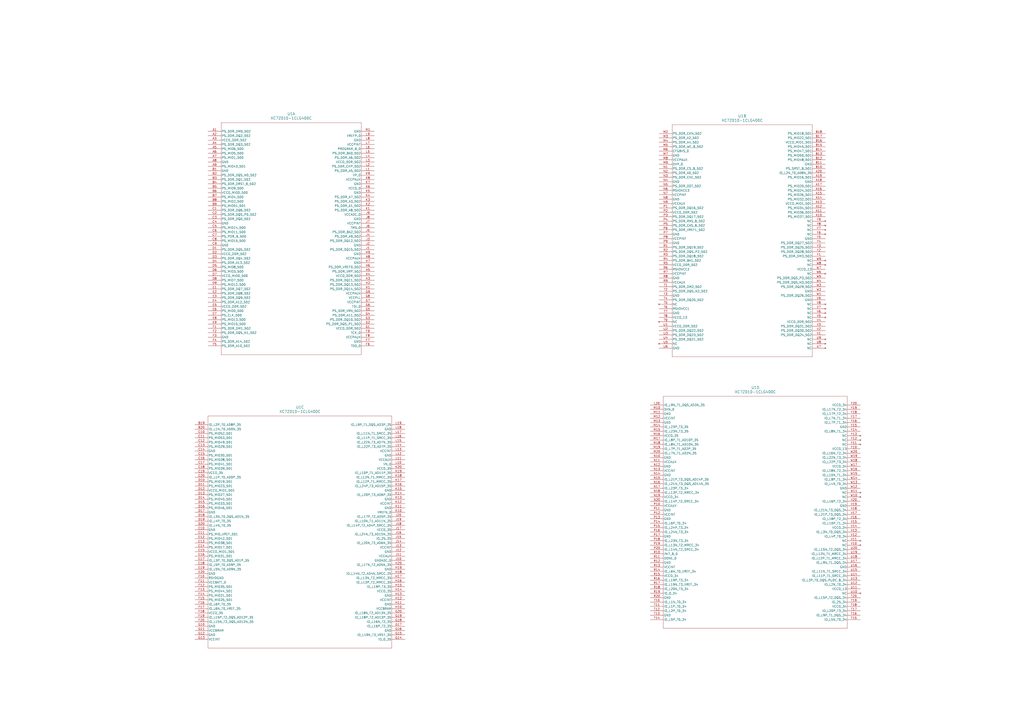
<source format=kicad_sch>
(kicad_sch (version 20231120) (generator "eeschema") (generator_version "8.0")
  (paper "A2")
  (lib_symbols
    (symbol "2024-09-09_01-22-32:XC7Z010-1CLG400C" (pin_names (offset 0.254))
      (property "Reference" "U" (at 48.26 10.16 0))
      (property "Value" "XC7Z010-1CLG400C" (at 48.26 7.62 0))
      (symbol "XC7Z010-1CLG400C_1_1"
        (polyline (pts (xy 7.62 -129.54) (xy 88.9 -129.54)) (stroke (width 0.127)))
        (polyline (pts (xy 7.62 5.08) (xy 7.62 -129.54)) (stroke (width 0.127)))
        (polyline (pts (xy 88.9 -129.54) (xy 88.9 5.08)) (stroke (width 0.127)))
        (polyline (pts (xy 88.9 5.08) (xy 7.62 5.08)) (stroke (width 0.127)))
        (pin output line (at 0 0 0) (length 7.62) (name "PS_DDR_DM0_502") (number "A1"))
        (pin bidirectional line (at 0 -2.54 0) (length 7.62) (name "PS_DDR_DQ2_502") (number "A2"))
        (pin power_in line (at 0 -5.08 0) (length 7.62) (name "VCCO_DDR_502") (number "A3"))
        (pin bidirectional line (at 0 -7.62 0) (length 7.62) (name "PS_DDR_DQ3_502") (number "A4"))
        (pin bidirectional line (at 0 -10.16 0) (length 7.62) (name "PS_MIO6_500") (number "A5"))
        (pin bidirectional line (at 0 -12.7 0) (length 7.62) (name "PS_MIO5_500") (number "A6"))
        (pin bidirectional line (at 0 -15.24 0) (length 7.62) (name "PS_MIO1_500") (number "A7"))
        (pin power_out line (at 0 -17.78 0) (length 7.62) (name "GND") (number "A8"))
        (pin bidirectional line (at 0 -20.32 0) (length 7.62) (name "PS_MIO43_501") (number "A9"))
        (pin power_out line (at 0 -22.86 0) (length 7.62) (name "GND") (number "B1"))
        (pin bidirectional line (at 0 -25.4 0) (length 7.62) (name "PS_DDR_DQS_N0_502") (number "B2"))
        (pin bidirectional line (at 0 -27.94 0) (length 7.62) (name "PS_DDR_DQ1_502") (number "B3"))
        (pin output line (at 0 -30.48 0) (length 7.62) (name "PS_DDR_DRST_B_502") (number "B4"))
        (pin bidirectional line (at 0 -33.02 0) (length 7.62) (name "PS_MIO9_500") (number "B5"))
        (pin power_in line (at 0 -35.56 0) (length 7.62) (name "VCCO_MIO0_500") (number "B6"))
        (pin bidirectional line (at 0 -38.1 0) (length 7.62) (name "PS_MIO4_500") (number "B7"))
        (pin bidirectional line (at 0 -40.64 0) (length 7.62) (name "PS_MIO2_500") (number "B8"))
        (pin bidirectional line (at 0 -43.18 0) (length 7.62) (name "PS_MIO51_501") (number "B9"))
        (pin bidirectional line (at 0 -45.72 0) (length 7.62) (name "PS_DDR_DQ6_502") (number "C1"))
        (pin bidirectional line (at 0 -48.26 0) (length 7.62) (name "PS_DDR_DQS_P0_502") (number "C2"))
        (pin bidirectional line (at 0 -50.8 0) (length 7.62) (name "PS_DDR_DQ0_502") (number "C3"))
        (pin power_out line (at 0 -53.34 0) (length 7.62) (name "GND") (number "C4"))
        (pin bidirectional line (at 0 -55.88 0) (length 7.62) (name "PS_MIO14_500") (number "C5"))
        (pin bidirectional line (at 0 -58.42 0) (length 7.62) (name "PS_MIO11_500") (number "C6"))
        (pin input line (at 0 -60.96 0) (length 7.62) (name "PS_POR_B_500") (number "C7"))
        (pin bidirectional line (at 0 -63.5 0) (length 7.62) (name "PS_MIO15_500") (number "C8"))
        (pin power_out line (at 0 -66.04 0) (length 7.62) (name "GND") (number "C9"))
        (pin bidirectional line (at 0 -68.58 0) (length 7.62) (name "PS_DDR_DQ5_502") (number "D1"))
        (pin power_in line (at 0 -71.12 0) (length 7.62) (name "VCCO_DDR_502") (number "D2"))
        (pin bidirectional line (at 0 -73.66 0) (length 7.62) (name "PS_DDR_DQ4_502") (number "D3"))
        (pin output line (at 0 -76.2 0) (length 7.62) (name "PS_DDR_A13_502") (number "D4"))
        (pin bidirectional line (at 0 -78.74 0) (length 7.62) (name "PS_MIO8_500") (number "D5"))
        (pin bidirectional line (at 0 -81.28 0) (length 7.62) (name "PS_MIO3_500") (number "D6"))
        (pin power_in line (at 0 -83.82 0) (length 7.62) (name "VCCO_MIO0_500") (number "D7"))
        (pin bidirectional line (at 0 -86.36 0) (length 7.62) (name "PS_MIO7_500") (number "D8"))
        (pin bidirectional line (at 0 -88.9 0) (length 7.62) (name "PS_MIO12_500") (number "D9"))
        (pin bidirectional line (at 0 -91.44 0) (length 7.62) (name "PS_DDR_DQ7_502") (number "E1"))
        (pin bidirectional line (at 0 -93.98 0) (length 7.62) (name "PS_DDR_DQ8_502") (number "E2"))
        (pin bidirectional line (at 0 -96.52 0) (length 7.62) (name "PS_DDR_DQ9_502") (number "E3"))
        (pin output line (at 0 -99.06 0) (length 7.62) (name "PS_DDR_A12_502") (number "E4"))
        (pin power_in line (at 0 -101.6 0) (length 7.62) (name "VCCO_DDR_502") (number "E5"))
        (pin bidirectional line (at 0 -104.14 0) (length 7.62) (name "PS_MIO0_500") (number "E6"))
        (pin input line (at 0 -106.68 0) (length 7.62) (name "PS_CLK_500") (number "E7"))
        (pin bidirectional line (at 0 -109.22 0) (length 7.62) (name "PS_MIO13_500") (number "E8"))
        (pin bidirectional line (at 0 -111.76 0) (length 7.62) (name "PS_MIO10_500") (number "E9"))
        (pin output line (at 0 -114.3 0) (length 7.62) (name "PS_DDR_DM1_502") (number "F1"))
        (pin bidirectional line (at 0 -116.84 0) (length 7.62) (name "PS_DDR_DQS_N1_502") (number "F2"))
        (pin power_out line (at 0 -119.38 0) (length 7.62) (name "GND") (number "F3"))
        (pin output line (at 0 -121.92 0) (length 7.62) (name "PS_DDR_A14_502") (number "F4"))
        (pin output line (at 0 -124.46 0) (length 7.62) (name "PS_DDR_A10_502") (number "F5"))
        (pin output line (at 96.52 -124.46 180) (length 7.62) (name "TDO_0") (number "F6"))
        (pin power_out line (at 96.52 -121.92 180) (length 7.62) (name "GND") (number "F7"))
        (pin power_in line (at 96.52 -119.38 180) (length 7.62) (name "VCCPAUX") (number "F8"))
        (pin input line (at 96.52 -116.84 180) (length 7.62) (name "TCK_0") (number "F9"))
        (pin power_in line (at 96.52 -114.3 180) (length 7.62) (name "VCCO_DDR_502") (number "G1"))
        (pin bidirectional line (at 96.52 -111.76 180) (length 7.62) (name "PS_DDR_DQS_P1_502") (number "G2"))
        (pin bidirectional line (at 96.52 -109.22 180) (length 7.62) (name "PS_DDR_DQ10_502") (number "G3"))
        (pin output line (at 96.52 -106.68 180) (length 7.62) (name "PS_DDR_A11_502") (number "G4"))
        (pin output line (at 96.52 -104.14 180) (length 7.62) (name "PS_DDR_VRN_502") (number "G5"))
        (pin input line (at 96.52 -101.6 180) (length 7.62) (name "TDI_0") (number "G6"))
        (pin power_in line (at 96.52 -99.06 180) (length 7.62) (name "VCCPINT") (number "G7"))
        (pin power_in line (at 96.52 -96.52 180) (length 7.62) (name "VCCPLL") (number "G8"))
        (pin power_in line (at 96.52 -93.98 180) (length 7.62) (name "VCCPAUX") (number "G9"))
        (pin bidirectional line (at 96.52 -91.44 180) (length 7.62) (name "PS_DDR_DQ14_502") (number "H1"))
        (pin bidirectional line (at 96.52 -88.9 180) (length 7.62) (name "PS_DDR_DQ13_502") (number "H2"))
        (pin bidirectional line (at 96.52 -86.36 180) (length 7.62) (name "PS_DDR_DQ11_502") (number "H3"))
        (pin power_in line (at 96.52 -83.82 180) (length 7.62) (name "VCCO_DDR_502") (number "H4"))
        (pin output line (at 96.52 -81.28 180) (length 7.62) (name "PS_DDR_VRP_502") (number "H5"))
        (pin power_in line (at 96.52 -78.74 180) (length 7.62) (name "PS_DDR_VREF0_502") (number "H6"))
        (pin power_out line (at 96.52 -76.2 180) (length 7.62) (name "GND") (number "H7"))
        (pin power_in line (at 96.52 -73.66 180) (length 7.62) (name "VCCPAUX") (number "H8"))
        (pin power_out line (at 96.52 -71.12 180) (length 7.62) (name "GND") (number "H9"))
        (pin bidirectional line (at 96.52 -68.58 180) (length 7.62) (name "PS_DDR_DQ15_502") (number "J1"))
        (pin power_out line (at 96.52 -66.04 180) (length 7.62) (name "GND") (number "J2"))
        (pin bidirectional line (at 96.52 -63.5 180) (length 7.62) (name "PS_DDR_DQ12_502") (number "J3"))
        (pin output line (at 96.52 -60.96 180) (length 7.62) (name "PS_DDR_A9_502") (number "J4"))
        (pin output line (at 96.52 -58.42 180) (length 7.62) (name "PS_DDR_BA2_502") (number "J5"))
        (pin input line (at 96.52 -55.88 180) (length 7.62) (name "TMS_0") (number "J6"))
        (pin power_in line (at 96.52 -53.34 180) (length 7.62) (name "VCCPINT") (number "J7"))
        (pin power_out line (at 96.52 -50.8 180) (length 7.62) (name "GND") (number "J8"))
        (pin power_in line (at 96.52 -48.26 180) (length 7.62) (name "VCCADC_0") (number "J9"))
        (pin output line (at 96.52 -45.72 180) (length 7.62) (name "PS_DDR_A8_502") (number "K1"))
        (pin output line (at 96.52 -43.18 180) (length 7.62) (name "PS_DDR_A1_502") (number "K2"))
        (pin output line (at 96.52 -40.64 180) (length 7.62) (name "PS_DDR_A3_502") (number "K3"))
        (pin output line (at 96.52 -38.1 180) (length 7.62) (name "PS_DDR_A7_502") (number "K4"))
        (pin power_out line (at 96.52 -35.56 180) (length 7.62) (name "GND") (number "K5"))
        (pin power_in line (at 96.52 -33.02 180) (length 7.62) (name "VCCO_0") (number "K6"))
        (pin power_out line (at 96.52 -30.48 180) (length 7.62) (name "GND") (number "K7"))
        (pin power_in line (at 96.52 -27.94 180) (length 7.62) (name "VCCPAUX") (number "K8"))
        (pin input line (at 96.52 -25.4 180) (length 7.62) (name "VP_0") (number "K9"))
        (pin output line (at 96.52 -22.86 180) (length 7.62) (name "PS_DDR_A5_502") (number "L1"))
        (pin output line (at 96.52 -20.32 180) (length 7.62) (name "PS_DDR_CKP_502") (number "L2"))
        (pin power_in line (at 96.52 -17.78 180) (length 7.62) (name "VCCO_DDR_502") (number "L3"))
        (pin output line (at 96.52 -15.24 180) (length 7.62) (name "PS_DDR_A6_502") (number "L4"))
        (pin output line (at 96.52 -12.7 180) (length 7.62) (name "PS_DDR_BA0_502") (number "L5"))
        (pin input line (at 96.52 -10.16 180) (length 7.62) (name "PROGRAM_B_0") (number "L6"))
        (pin power_in line (at 96.52 -7.62 180) (length 7.62) (name "VCCPINT") (number "L7"))
        (pin power_out line (at 96.52 -5.08 180) (length 7.62) (name "GND") (number "L8"))
        (pin power_in line (at 96.52 -2.54 180) (length 7.62) (name "VREFP_0") (number "L9"))
        (pin power_out line (at 96.52 0 180) (length 7.62) (name "GND") (number "M1"))
      )
      (symbol "XC7Z010-1CLG400C_2_1"
        (polyline (pts (xy 7.62 -129.54) (xy 88.9 -129.54)) (stroke (width 0.127)))
        (polyline (pts (xy 7.62 5.08) (xy 7.62 -129.54)) (stroke (width 0.127)))
        (polyline (pts (xy 88.9 -129.54) (xy 88.9 5.08)) (stroke (width 0.127)))
        (polyline (pts (xy 88.9 5.08) (xy 7.62 5.08)) (stroke (width 0.127)))
        (pin bidirectional line (at 96.52 -48.26 180) (length 7.62) (name "PS_MIO37_501") (number "A10"))
        (pin bidirectional line (at 96.52 -45.72 180) (length 7.62) (name "PS_MIO36_501") (number "A11"))
        (pin bidirectional line (at 96.52 -43.18 180) (length 7.62) (name "PS_MIO34_501") (number "A12"))
        (pin power_in line (at 96.52 -40.64 180) (length 7.62) (name "VCCO_MIO1_501") (number "A13"))
        (pin bidirectional line (at 96.52 -38.1 180) (length 7.62) (name "PS_MIO32_501") (number "A14"))
        (pin bidirectional line (at 96.52 -35.56 180) (length 7.62) (name "PS_MIO26_501") (number "A15"))
        (pin bidirectional line (at 96.52 -33.02 180) (length 7.62) (name "PS_MIO24_501") (number "A16"))
        (pin bidirectional line (at 96.52 -30.48 180) (length 7.62) (name "PS_MIO20_501") (number "A17"))
        (pin power_out line (at 96.52 -27.94 180) (length 7.62) (name "GND") (number "A18"))
        (pin bidirectional line (at 96.52 -25.4 180) (length 7.62) (name "PS_MIO16_501") (number "A19"))
        (pin bidirectional line (at 96.52 -22.86 180) (length 7.62) (name "IO_L2N_T0_AD8N_35") (number "A20"))
        (pin input line (at 96.52 -20.32 180) (length 7.62) (name "PS_SRST_B_501") (number "B10"))
        (pin power_out line (at 96.52 -17.78 180) (length 7.62) (name "GND") (number "B11"))
        (pin bidirectional line (at 96.52 -15.24 180) (length 7.62) (name "PS_MIO48_501") (number "B12"))
        (pin bidirectional line (at 96.52 -12.7 180) (length 7.62) (name "PS_MIO50_501") (number "B13"))
        (pin bidirectional line (at 96.52 -10.16 180) (length 7.62) (name "PS_MIO47_501") (number "B14"))
        (pin bidirectional line (at 96.52 -7.62 180) (length 7.62) (name "PS_MIO45_501") (number "B15"))
        (pin power_in line (at 96.52 -5.08 180) (length 7.62) (name "VCCO_MIO1_501") (number "B16"))
        (pin bidirectional line (at 96.52 -2.54 180) (length 7.62) (name "PS_MIO22_501") (number "B17"))
        (pin bidirectional line (at 96.52 0 180) (length 7.62) (name "PS_MIO18_501") (number "B18"))
        (pin output line (at 0 0 0) (length 7.62) (name "PS_DDR_CKN_502") (number "M2"))
        (pin output line (at 0 -2.54 0) (length 7.62) (name "PS_DDR_A2_502") (number "M3"))
        (pin output line (at 0 -5.08 0) (length 7.62) (name "PS_DDR_A4_502") (number "M4"))
        (pin output line (at 0 -7.62 0) (length 7.62) (name "PS_DDR_WE_B_502") (number "M5"))
        (pin input line (at 0 -10.16 0) (length 7.62) (name "CFGBVS_0") (number "M6"))
        (pin power_out line (at 0 -12.7 0) (length 7.62) (name "GND") (number "M7"))
        (pin power_in line (at 0 -15.24 0) (length 7.62) (name "VCCPAUX") (number "M8"))
        (pin unspecified line (at 0 -17.78 0) (length 7.62) (name "DXP_0") (number "M9"))
        (pin output line (at 0 -20.32 0) (length 7.62) (name "PS_DDR_CS_B_502") (number "N1"))
        (pin output line (at 0 -22.86 0) (length 7.62) (name "PS_DDR_A0_502") (number "N2"))
        (pin output line (at 0 -25.4 0) (length 7.62) (name "PS_DDR_CKE_502") (number "N3"))
        (pin power_out line (at 0 -27.94 0) (length 7.62) (name "GND") (number "N4"))
        (pin output line (at 0 -30.48 0) (length 7.62) (name "PS_DDR_ODT_502") (number "N5"))
        (pin bidirectional line (at 0 -33.02 0) (length 7.62) (name "RSVDVCC3") (number "N6"))
        (pin power_in line (at 0 -35.56 0) (length 7.62) (name "VCCPINT") (number "N7"))
        (pin power_out line (at 0 -38.1 0) (length 7.62) (name "GND") (number "N8"))
        (pin power_in line (at 0 -40.64 0) (length 7.62) (name "VCCAUX") (number "N9"))
        (pin bidirectional line (at 0 -43.18 0) (length 7.62) (name "PS_DDR_DQ16_502") (number "P1"))
        (pin power_in line (at 0 -45.72 0) (length 7.62) (name "VCCO_DDR_502") (number "P2"))
        (pin bidirectional line (at 0 -48.26 0) (length 7.62) (name "PS_DDR_DQ17_502") (number "P3"))
        (pin output line (at 0 -50.8 0) (length 7.62) (name "PS_DDR_RAS_B_502") (number "P4"))
        (pin output line (at 0 -53.34 0) (length 7.62) (name "PS_DDR_CAS_B_502") (number "P5"))
        (pin power_in line (at 0 -55.88 0) (length 7.62) (name "PS_DDR_VREF1_502") (number "P6"))
        (pin power_out line (at 0 -58.42 0) (length 7.62) (name "GND") (number "P7"))
        (pin power_in line (at 0 -60.96 0) (length 7.62) (name "VCCPINT") (number "P8"))
        (pin power_out line (at 0 -63.5 0) (length 7.62) (name "GND") (number "P9"))
        (pin bidirectional line (at 0 -66.04 0) (length 7.62) (name "PS_DDR_DQ19_502") (number "R1"))
        (pin bidirectional line (at 0 -68.58 0) (length 7.62) (name "PS_DDR_DQS_P2_502") (number "R2"))
        (pin bidirectional line (at 0 -71.12 0) (length 7.62) (name "PS_DDR_DQ18_502") (number "R3"))
        (pin output line (at 0 -73.66 0) (length 7.62) (name "PS_DDR_BA1_502") (number "R4"))
        (pin power_in line (at 0 -76.2 0) (length 7.62) (name "VCCO_DDR_502") (number "R5"))
        (pin bidirectional line (at 0 -78.74 0) (length 7.62) (name "RSVDVCC2") (number "R6"))
        (pin power_in line (at 0 -81.28 0) (length 7.62) (name "VCCPINT") (number "R7"))
        (pin power_out line (at 0 -83.82 0) (length 7.62) (name "GND") (number "R8"))
        (pin power_in line (at 0 -86.36 0) (length 7.62) (name "VCCAUX") (number "R9"))
        (pin output line (at 0 -88.9 0) (length 7.62) (name "PS_DDR_DM2_502") (number "T1"))
        (pin bidirectional line (at 0 -91.44 0) (length 7.62) (name "PS_DDR_DQS_N2_502") (number "T2"))
        (pin power_out line (at 0 -93.98 0) (length 7.62) (name "GND") (number "T3"))
        (pin bidirectional line (at 0 -96.52 0) (length 7.62) (name "PS_DDR_DQ20_502") (number "T4"))
        (pin no_connect line (at 0 -99.06 0) (length 7.62) (name "NC") (number "T5"))
        (pin bidirectional line (at 0 -101.6 0) (length 7.62) (name "RSVDVCC1") (number "T6"))
        (pin power_out line (at 0 -104.14 0) (length 7.62) (name "GND") (number "T7"))
        (pin power_in line (at 0 -106.68 0) (length 7.62) (name "VCCO_13") (number "T8"))
        (pin no_connect line (at 0 -109.22 0) (length 7.62) (name "NC") (number "T9"))
        (pin power_in line (at 0 -111.76 0) (length 7.62) (name "VCCO_DDR_502") (number "U1"))
        (pin bidirectional line (at 0 -114.3 0) (length 7.62) (name "PS_DDR_DQ22_502") (number "U2"))
        (pin bidirectional line (at 0 -116.84 0) (length 7.62) (name "PS_DDR_DQ23_502") (number "U3"))
        (pin bidirectional line (at 0 -119.38 0) (length 7.62) (name "PS_DDR_DQ21_502") (number "U4"))
        (pin no_connect line (at 0 -121.92 0) (length 7.62) (name "NC") (number "U5"))
        (pin power_out line (at 0 -124.46 0) (length 7.62) (name "GND") (number "U6"))
        (pin no_connect line (at 96.52 -124.46 180) (length 7.62) (name "NC") (number "U7"))
        (pin no_connect line (at 96.52 -121.92 180) (length 7.62) (name "NC") (number "U8"))
        (pin no_connect line (at 96.52 -119.38 180) (length 7.62) (name "NC") (number "U9"))
        (pin bidirectional line (at 96.52 -116.84 180) (length 7.62) (name "PS_DDR_DQ24_502") (number "V1"))
        (pin bidirectional line (at 96.52 -114.3 180) (length 7.62) (name "PS_DDR_DQ30_502") (number "V2"))
        (pin bidirectional line (at 96.52 -111.76 180) (length 7.62) (name "PS_DDR_DQ31_502") (number "V3"))
        (pin power_in line (at 96.52 -109.22 180) (length 7.62) (name "VCCO_DDR_502") (number "V4"))
        (pin no_connect line (at 96.52 -106.68 180) (length 7.62) (name "NC") (number "V5"))
        (pin no_connect line (at 96.52 -104.14 180) (length 7.62) (name "NC") (number "V6"))
        (pin no_connect line (at 96.52 -101.6 180) (length 7.62) (name "NC") (number "V7"))
        (pin no_connect line (at 96.52 -99.06 180) (length 7.62) (name "NC") (number "V8"))
        (pin power_out line (at 96.52 -96.52 180) (length 7.62) (name "GND") (number "V9"))
        (pin bidirectional line (at 96.52 -93.98 180) (length 7.62) (name "PS_DDR_DQ26_502") (number "W1"))
        (pin power_out line (at 96.52 -91.44 180) (length 7.62) (name "GND") (number "W2"))
        (pin bidirectional line (at 96.52 -88.9 180) (length 7.62) (name "PS_DDR_DQ29_502") (number "W3"))
        (pin bidirectional line (at 96.52 -86.36 180) (length 7.62) (name "PS_DDR_DQS_N3_502") (number "W4"))
        (pin bidirectional line (at 96.52 -83.82 180) (length 7.62) (name "PS_DDR_DQS_P3_502") (number "W5"))
        (pin no_connect line (at 96.52 -81.28 180) (length 7.62) (name "NC") (number "W6"))
        (pin power_in line (at 96.52 -78.74 180) (length 7.62) (name "VCCO_13") (number "W7"))
        (pin no_connect line (at 96.52 -76.2 180) (length 7.62) (name "NC") (number "W8"))
        (pin no_connect line (at 96.52 -73.66 180) (length 7.62) (name "NC") (number "W9"))
        (pin output line (at 96.52 -71.12 180) (length 7.62) (name "PS_DDR_DM3_502") (number "Y1"))
        (pin bidirectional line (at 96.52 -68.58 180) (length 7.62) (name "PS_DDR_DQ28_502") (number "Y2"))
        (pin bidirectional line (at 96.52 -66.04 180) (length 7.62) (name "PS_DDR_DQ25_502") (number "Y3"))
        (pin bidirectional line (at 96.52 -63.5 180) (length 7.62) (name "PS_DDR_DQ27_502") (number "Y4"))
        (pin power_out line (at 96.52 -60.96 180) (length 7.62) (name "GND") (number "Y5"))
        (pin no_connect line (at 96.52 -58.42 180) (length 7.62) (name "NC") (number "Y6"))
        (pin no_connect line (at 96.52 -55.88 180) (length 7.62) (name "NC") (number "Y7"))
        (pin no_connect line (at 96.52 -53.34 180) (length 7.62) (name "NC") (number "Y8"))
        (pin no_connect line (at 96.52 -50.8 180) (length 7.62) (name "NC") (number "Y9"))
      )
      (symbol "XC7Z010-1CLG400C_3_1"
        (polyline (pts (xy 7.62 -129.54) (xy 114.3 -129.54)) (stroke (width 0.127)))
        (polyline (pts (xy 7.62 5.08) (xy 7.62 -129.54)) (stroke (width 0.127)))
        (polyline (pts (xy 114.3 -129.54) (xy 114.3 5.08)) (stroke (width 0.127)))
        (polyline (pts (xy 114.3 5.08) (xy 7.62 5.08)) (stroke (width 0.127)))
        (pin bidirectional line (at 0 0 0) (length 7.62) (name "IO_L2P_T0_AD8P_35") (number "B19"))
        (pin bidirectional line (at 0 -2.54 0) (length 7.62) (name "IO_L1N_T0_AD0N_35") (number "B20"))
        (pin bidirectional line (at 0 -5.08 0) (length 7.62) (name "PS_MIO52_501") (number "C10"))
        (pin bidirectional line (at 0 -7.62 0) (length 7.62) (name "PS_MIO53_501") (number "C11"))
        (pin bidirectional line (at 0 -10.16 0) (length 7.62) (name "PS_MIO49_501") (number "C12"))
        (pin bidirectional line (at 0 -12.7 0) (length 7.62) (name "PS_MIO29_501") (number "C13"))
        (pin power_out line (at 0 -15.24 0) (length 7.62) (name "GND") (number "C14"))
        (pin bidirectional line (at 0 -17.78 0) (length 7.62) (name "PS_MIO30_501") (number "C15"))
        (pin bidirectional line (at 0 -20.32 0) (length 7.62) (name "PS_MIO28_501") (number "C16"))
        (pin bidirectional line (at 0 -22.86 0) (length 7.62) (name "PS_MIO41_501") (number "C17"))
        (pin bidirectional line (at 0 -25.4 0) (length 7.62) (name "PS_MIO39_501") (number "C18"))
        (pin power_in line (at 0 -27.94 0) (length 7.62) (name "VCCO_35") (number "C19"))
        (pin bidirectional line (at 0 -30.48 0) (length 7.62) (name "IO_L1P_T0_AD0P_35") (number "C20"))
        (pin bidirectional line (at 0 -33.02 0) (length 7.62) (name "PS_MIO19_501") (number "D10"))
        (pin bidirectional line (at 0 -35.56 0) (length 7.62) (name "PS_MIO23_501") (number "D11"))
        (pin power_in line (at 0 -38.1 0) (length 7.62) (name "VCCO_MIO1_501") (number "D12"))
        (pin bidirectional line (at 0 -40.64 0) (length 7.62) (name "PS_MIO27_501") (number "D13"))
        (pin bidirectional line (at 0 -43.18 0) (length 7.62) (name "PS_MIO40_501") (number "D14"))
        (pin bidirectional line (at 0 -45.72 0) (length 7.62) (name "PS_MIO33_501") (number "D15"))
        (pin bidirectional line (at 0 -48.26 0) (length 7.62) (name "PS_MIO46_501") (number "D16"))
        (pin power_out line (at 0 -50.8 0) (length 7.62) (name "GND") (number "D17"))
        (pin bidirectional line (at 0 -53.34 0) (length 7.62) (name "IO_L3N_T0_DQS_AD1N_35") (number "D18"))
        (pin bidirectional line (at 0 -55.88 0) (length 7.62) (name "IO_L4P_T0_35") (number "D19"))
        (pin bidirectional line (at 0 -58.42 0) (length 7.62) (name "IO_L4N_T0_35") (number "D20"))
        (pin power_out line (at 0 -60.96 0) (length 7.62) (name "GND") (number "E10"))
        (pin power_in line (at 0 -63.5 0) (length 7.62) (name "PS_MIO_VREF_501") (number "E11"))
        (pin bidirectional line (at 0 -66.04 0) (length 7.62) (name "PS_MIO42_501") (number "E12"))
        (pin bidirectional line (at 0 -68.58 0) (length 7.62) (name "PS_MIO38_501") (number "E13"))
        (pin bidirectional line (at 0 -71.12 0) (length 7.62) (name "PS_MIO17_501") (number "E14"))
        (pin power_in line (at 0 -73.66 0) (length 7.62) (name "VCCO_MIO1_501") (number "E15"))
        (pin bidirectional line (at 0 -76.2 0) (length 7.62) (name "PS_MIO31_501") (number "E16"))
        (pin bidirectional line (at 0 -78.74 0) (length 7.62) (name "IO_L3P_T0_DQS_AD1P_35") (number "E17"))
        (pin bidirectional line (at 0 -81.28 0) (length 7.62) (name "IO_L5P_T0_AD9P_35") (number "E18"))
        (pin bidirectional line (at 0 -83.82 0) (length 7.62) (name "IO_L5N_T0_AD9N_35") (number "E19"))
        (pin power_out line (at 0 -86.36 0) (length 7.62) (name "GND") (number "E20"))
        (pin power_out line (at 0 -88.9 0) (length 7.62) (name "RSVDGND") (number "F10"))
        (pin power_in line (at 0 -91.44 0) (length 7.62) (name "VCCBATT_0") (number "F11"))
        (pin bidirectional line (at 0 -93.98 0) (length 7.62) (name "PS_MIO35_501") (number "F12"))
        (pin bidirectional line (at 0 -96.52 0) (length 7.62) (name "PS_MIO44_501") (number "F13"))
        (pin bidirectional line (at 0 -99.06 0) (length 7.62) (name "PS_MIO21_501") (number "F14"))
        (pin bidirectional line (at 0 -101.6 0) (length 7.62) (name "PS_MIO25_501") (number "F15"))
        (pin bidirectional line (at 0 -104.14 0) (length 7.62) (name "IO_L6P_T0_35") (number "F16"))
        (pin bidirectional line (at 0 -106.68 0) (length 7.62) (name "IO_L6N_T0_VREF_35") (number "F17"))
        (pin power_in line (at 0 -109.22 0) (length 7.62) (name "VCCO_35") (number "F18"))
        (pin bidirectional line (at 0 -111.76 0) (length 7.62) (name "IO_L15P_T2_DQS_AD12P_35") (number "F19"))
        (pin bidirectional line (at 0 -114.3 0) (length 7.62) (name "IO_L15N_T2_DQS_AD12N_35") (number "F20"))
        (pin power_out line (at 0 -116.84 0) (length 7.62) (name "GND") (number "G10"))
        (pin power_in line (at 0 -119.38 0) (length 7.62) (name "VCCBRAM") (number "G11"))
        (pin power_out line (at 0 -121.92 0) (length 7.62) (name "GND") (number "G12"))
        (pin power_in line (at 0 -124.46 0) (length 7.62) (name "VCCINT") (number "G13"))
        (pin bidirectional line (at 121.92 -124.46 180) (length 7.62) (name "IO_0_35") (number "G14"))
        (pin bidirectional line (at 121.92 -121.92 180) (length 7.62) (name "IO_L19N_T3_VREF_35") (number "G15"))
        (pin power_out line (at 121.92 -119.38 180) (length 7.62) (name "GND") (number "G16"))
        (pin bidirectional line (at 121.92 -116.84 180) (length 7.62) (name "IO_L16P_T2_35") (number "G17"))
        (pin bidirectional line (at 121.92 -114.3 180) (length 7.62) (name "IO_L16N_T2_35") (number "G18"))
        (pin bidirectional line (at 121.92 -111.76 180) (length 7.62) (name "IO_L18P_T2_AD13P_35") (number "G19"))
        (pin bidirectional line (at 121.92 -109.22 180) (length 7.62) (name "IO_L18N_T2_AD13N_35") (number "G20"))
        (pin power_in line (at 121.92 -106.68 180) (length 7.62) (name "VCCBRAM") (number "H10"))
        (pin power_out line (at 121.92 -104.14 180) (length 7.62) (name "GND") (number "H11"))
        (pin power_in line (at 121.92 -101.6 180) (length 7.62) (name "VCCINT") (number "H12"))
        (pin power_out line (at 121.92 -99.06 180) (length 7.62) (name "GND") (number "H13"))
        (pin power_in line (at 121.92 -96.52 180) (length 7.62) (name "VCCO_35") (number "H14"))
        (pin bidirectional line (at 121.92 -93.98 180) (length 7.62) (name "IO_L19P_T3_35") (number "H15"))
        (pin bidirectional line (at 121.92 -91.44 180) (length 7.62) (name "IO_L13P_T2_MRCC_35") (number "H16"))
        (pin bidirectional line (at 121.92 -88.9 180) (length 7.62) (name "IO_L13N_T2_MRCC_35") (number "H17"))
        (pin bidirectional line (at 121.92 -86.36 180) (length 7.62) (name "IO_L14N_T2_AD4N_SRCC_35") (number "H18"))
        (pin power_out line (at 121.92 -83.82 180) (length 7.62) (name "GND") (number "H19"))
        (pin bidirectional line (at 121.92 -81.28 180) (length 7.62) (name "IO_L17N_T2_AD5N_35") (number "H20"))
        (pin power_out line (at 121.92 -78.74 180) (length 7.62) (name "GNDADC_0") (number "J10"))
        (pin power_in line (at 121.92 -76.2 180) (length 7.62) (name "VCCAUX") (number "J11"))
        (pin power_out line (at 121.92 -73.66 180) (length 7.62) (name "GND") (number "J12"))
        (pin power_in line (at 121.92 -71.12 180) (length 7.62) (name "VCCINT") (number "J13"))
        (pin bidirectional line (at 121.92 -68.58 180) (length 7.62) (name "IO_L20N_T3_AD6N_35") (number "J14"))
        (pin bidirectional line (at 121.92 -66.04 180) (length 7.62) (name "IO_25_35") (number "J15"))
        (pin bidirectional line (at 121.92 -63.5 180) (length 7.62) (name "IO_L24N_T3_AD15N_35") (number "J16"))
        (pin power_in line (at 121.92 -60.96 180) (length 7.62) (name "VCCO_35") (number "J17"))
        (pin bidirectional line (at 121.92 -58.42 180) (length 7.62) (name "IO_L14P_T2_AD4P_SRCC_35") (number "J18"))
        (pin bidirectional line (at 121.92 -55.88 180) (length 7.62) (name "IO_L10N_T1_AD11N_35") (number "J19"))
        (pin bidirectional line (at 121.92 -53.34 180) (length 7.62) (name "IO_L17P_T2_AD5P_35") (number "J20"))
        (pin power_in line (at 121.92 -50.8 180) (length 7.62) (name "VREFN_0") (number "K10"))
        (pin power_out line (at 121.92 -48.26 180) (length 7.62) (name "GND") (number "K11"))
        (pin power_in line (at 121.92 -45.72 180) (length 7.62) (name "VCCINT") (number "K12"))
        (pin power_out line (at 121.92 -43.18 180) (length 7.62) (name "GND") (number "K13"))
        (pin bidirectional line (at 121.92 -40.64 180) (length 7.62) (name "IO_L20P_T3_AD6P_35") (number "K14"))
        (pin power_out line (at 121.92 -38.1 180) (length 7.62) (name "GND") (number "K15"))
        (pin bidirectional line (at 121.92 -35.56 180) (length 7.62) (name "IO_L24P_T3_AD15P_35") (number "K16"))
        (pin bidirectional line (at 121.92 -33.02 180) (length 7.62) (name "IO_L12P_T1_MRCC_35") (number "K17"))
        (pin bidirectional line (at 121.92 -30.48 180) (length 7.62) (name "IO_L12N_T1_MRCC_35") (number "K18"))
        (pin bidirectional line (at 121.92 -27.94 180) (length 7.62) (name "IO_L10P_T1_AD11P_35") (number "K19"))
        (pin power_in line (at 121.92 -25.4 180) (length 7.62) (name "VCCO_35") (number "K20"))
        (pin input line (at 121.92 -22.86 180) (length 7.62) (name "VN_0") (number "L10"))
        (pin power_in line (at 121.92 -20.32 180) (length 7.62) (name "VCCAUX") (number "L11"))
        (pin power_out line (at 121.92 -17.78 180) (length 7.62) (name "GND") (number "L12"))
        (pin power_in line (at 121.92 -15.24 180) (length 7.62) (name "VCCINT") (number "L13"))
        (pin bidirectional line (at 121.92 -12.7 180) (length 7.62) (name "IO_L22P_T3_AD7P_35") (number "L14"))
        (pin bidirectional line (at 121.92 -10.16 180) (length 7.62) (name "IO_L22N_T3_AD7N_35") (number "L15"))
        (pin bidirectional line (at 121.92 -7.62 180) (length 7.62) (name "IO_L11P_T1_SRCC_35") (number "L16"))
        (pin bidirectional line (at 121.92 -5.08 180) (length 7.62) (name "IO_L11N_T1_SRCC_35") (number "L17"))
        (pin power_out line (at 121.92 -2.54 180) (length 7.62) (name "GND") (number "L18"))
        (pin bidirectional line (at 121.92 0 180) (length 7.62) (name "IO_L9P_T1_DQS_AD3P_35") (number "L19"))
      )
      (symbol "XC7Z010-1CLG400C_4_1"
        (polyline (pts (xy 7.62 -129.54) (xy 114.3 -129.54)) (stroke (width 0.127)))
        (polyline (pts (xy 7.62 5.08) (xy 7.62 -129.54)) (stroke (width 0.127)))
        (polyline (pts (xy 114.3 -129.54) (xy 114.3 5.08)) (stroke (width 0.127)))
        (polyline (pts (xy 114.3 5.08) (xy 7.62 5.08)) (stroke (width 0.127)))
        (pin bidirectional line (at 0 0 0) (length 7.62) (name "IO_L9N_T1_DQS_AD3N_35") (number "L20"))
        (pin unspecified line (at 0 -2.54 0) (length 7.62) (name "DXN_0") (number "M10"))
        (pin power_out line (at 0 -5.08 0) (length 7.62) (name "GND") (number "M11"))
        (pin power_in line (at 0 -7.62 0) (length 7.62) (name "VCCINT") (number "M12"))
        (pin power_out line (at 0 -10.16 0) (length 7.62) (name "GND") (number "M13"))
        (pin bidirectional line (at 0 -12.7 0) (length 7.62) (name "IO_L23P_T3_35") (number "M14"))
        (pin bidirectional line (at 0 -15.24 0) (length 7.62) (name "IO_L23N_T3_35") (number "M15"))
        (pin power_in line (at 0 -17.78 0) (length 7.62) (name "VCCO_35") (number "M16"))
        (pin bidirectional line (at 0 -20.32 0) (length 7.62) (name "IO_L8P_T1_AD10P_35") (number "M17"))
        (pin bidirectional line (at 0 -22.86 0) (length 7.62) (name "IO_L8N_T1_AD10N_35") (number "M18"))
        (pin bidirectional line (at 0 -25.4 0) (length 7.62) (name "IO_L7P_T1_AD2P_35") (number "M19"))
        (pin bidirectional line (at 0 -27.94 0) (length 7.62) (name "IO_L7N_T1_AD2N_35") (number "M20"))
        (pin power_out line (at 0 -30.48 0) (length 7.62) (name "GND") (number "N10"))
        (pin power_in line (at 0 -33.02 0) (length 7.62) (name "VCCAUX") (number "N11"))
        (pin power_out line (at 0 -35.56 0) (length 7.62) (name "GND") (number "N12"))
        (pin power_in line (at 0 -38.1 0) (length 7.62) (name "VCCINT") (number "N13"))
        (pin power_out line (at 0 -40.64 0) (length 7.62) (name "GND") (number "N14"))
        (pin bidirectional line (at 0 -43.18 0) (length 7.62) (name "IO_L21P_T3_DQS_AD14P_35") (number "N15"))
        (pin bidirectional line (at 0 -45.72 0) (length 7.62) (name "IO_L21N_T3_DQS_AD14N_35") (number "N16"))
        (pin bidirectional line (at 0 -48.26 0) (length 7.62) (name "IO_L23P_T3_34") (number "N17"))
        (pin bidirectional line (at 0 -50.8 0) (length 7.62) (name "IO_L13P_T2_MRCC_34") (number "N18"))
        (pin power_in line (at 0 -53.34 0) (length 7.62) (name "VCCO_34") (number "N19"))
        (pin bidirectional line (at 0 -55.88 0) (length 7.62) (name "IO_L14P_T2_SRCC_34") (number "N20"))
        (pin power_in line (at 0 -58.42 0) (length 7.62) (name "VCCAUX") (number "P10"))
        (pin power_out line (at 0 -60.96 0) (length 7.62) (name "GND") (number "P11"))
        (pin power_in line (at 0 -63.5 0) (length 7.62) (name "VCCINT") (number "P12"))
        (pin power_out line (at 0 -66.04 0) (length 7.62) (name "GND") (number "P13"))
        (pin bidirectional line (at 0 -68.58 0) (length 7.62) (name "IO_L6P_T0_34") (number "P14"))
        (pin bidirectional line (at 0 -71.12 0) (length 7.62) (name "IO_L24P_T3_34") (number "P15"))
        (pin bidirectional line (at 0 -73.66 0) (length 7.62) (name "IO_L24N_T3_34") (number "P16"))
        (pin power_out line (at 0 -76.2 0) (length 7.62) (name "GND") (number "P17"))
        (pin bidirectional line (at 0 -78.74 0) (length 7.62) (name "IO_L23N_T3_34") (number "P18"))
        (pin bidirectional line (at 0 -81.28 0) (length 7.62) (name "IO_L13N_T2_MRCC_34") (number "P19"))
        (pin bidirectional line (at 0 -83.82 0) (length 7.62) (name "IO_L14N_T2_SRCC_34") (number "P20"))
        (pin bidirectional line (at 0 -86.36 0) (length 7.62) (name "INIT_B_0") (number "R10"))
        (pin bidirectional line (at 0 -88.9 0) (length 7.62) (name "DONE_0") (number "R11"))
        (pin power_out line (at 0 -91.44 0) (length 7.62) (name "GND") (number "R12"))
        (pin power_in line (at 0 -93.98 0) (length 7.62) (name "VCCINT") (number "R13"))
        (pin bidirectional line (at 0 -96.52 0) (length 7.62) (name "IO_L6N_T0_VREF_34") (number "R14"))
        (pin power_in line (at 0 -99.06 0) (length 7.62) (name "VCCO_34") (number "R15"))
        (pin bidirectional line (at 0 -101.6 0) (length 7.62) (name "IO_L19P_T3_34") (number "R16"))
        (pin bidirectional line (at 0 -104.14 0) (length 7.62) (name "IO_L19N_T3_VREF_34") (number "R17"))
        (pin bidirectional line (at 0 -106.68 0) (length 7.62) (name "IO_L20N_T3_34") (number "R18"))
        (pin bidirectional line (at 0 -109.22 0) (length 7.62) (name "IO_0_34") (number "R19"))
        (pin power_out line (at 0 -111.76 0) (length 7.62) (name "GND") (number "R20"))
        (pin bidirectional line (at 0 -114.3 0) (length 7.62) (name "IO_L1N_T0_34") (number "T10"))
        (pin bidirectional line (at 0 -116.84 0) (length 7.62) (name "IO_L1P_T0_34") (number "T11"))
        (pin bidirectional line (at 0 -119.38 0) (length 7.62) (name "IO_L2P_T0_34") (number "T12"))
        (pin power_out line (at 0 -121.92 0) (length 7.62) (name "GND") (number "T13"))
        (pin bidirectional line (at 0 -124.46 0) (length 7.62) (name "IO_L5P_T0_34") (number "T14"))
        (pin bidirectional line (at 121.92 -124.46 180) (length 7.62) (name "IO_L5N_T0_34") (number "T15"))
        (pin bidirectional line (at 121.92 -121.92 180) (length 7.62) (name "IO_L9P_T1_DQS_34") (number "T16"))
        (pin bidirectional line (at 121.92 -119.38 180) (length 7.62) (name "IO_L20P_T3_34") (number "T17"))
        (pin power_in line (at 121.92 -116.84 180) (length 7.62) (name "VCCO_34") (number "T18"))
        (pin bidirectional line (at 121.92 -114.3 180) (length 7.62) (name "IO_25_34") (number "T19"))
        (pin bidirectional line (at 121.92 -111.76 180) (length 7.62) (name "IO_L15P_T2_DQS_34") (number "T20"))
        (pin no_connect line (at 121.92 -109.22 180) (length 7.62) (name "NC") (number "U10"))
        (pin power_in line (at 121.92 -106.68 180) (length 7.62) (name "VCCO_13") (number "U11"))
        (pin bidirectional line (at 121.92 -104.14 180) (length 7.62) (name "IO_L2N_T0_34") (number "U12"))
        (pin bidirectional line (at 121.92 -101.6 180) (length 7.62) (name "IO_L3P_T0_DQS_PUDC_B_34") (number "U13"))
        (pin bidirectional line (at 121.92 -99.06 180) (length 7.62) (name "IO_L11P_T1_SRCC_34") (number "U14"))
        (pin bidirectional line (at 121.92 -96.52 180) (length 7.62) (name "IO_L11N_T1_SRCC_34") (number "U15"))
        (pin power_out line (at 121.92 -93.98 180) (length 7.62) (name "GND") (number "U16"))
        (pin bidirectional line (at 121.92 -91.44 180) (length 7.62) (name "IO_L9N_T1_DQS_34") (number "U17"))
        (pin bidirectional line (at 121.92 -88.9 180) (length 7.62) (name "IO_L12P_T1_MRCC_34") (number "U18"))
        (pin bidirectional line (at 121.92 -86.36 180) (length 7.62) (name "IO_L12N_T1_MRCC_34") (number "U19"))
        (pin bidirectional line (at 121.92 -83.82 180) (length 7.62) (name "IO_L15N_T2_DQS_34") (number "U20"))
        (pin no_connect line (at 121.92 -81.28 180) (length 7.62) (name "NC") (number "V10"))
        (pin no_connect line (at 121.92 -78.74 180) (length 7.62) (name "NC") (number "V11"))
        (pin bidirectional line (at 121.92 -76.2 180) (length 7.62) (name "IO_L4P_T0_34") (number "V12"))
        (pin bidirectional line (at 121.92 -73.66 180) (length 7.62) (name "IO_L3N_T0_DQS_34") (number "V13"))
        (pin power_in line (at 121.92 -71.12 180) (length 7.62) (name "VCCO_34") (number "V14"))
        (pin bidirectional line (at 121.92 -68.58 180) (length 7.62) (name "IO_L10P_T1_34") (number "V15"))
        (pin bidirectional line (at 121.92 -66.04 180) (length 7.62) (name "IO_L18P_T2_34") (number "V16"))
        (pin bidirectional line (at 121.92 -63.5 180) (length 7.62) (name "IO_L21P_T3_DQS_34") (number "V17"))
        (pin bidirectional line (at 121.92 -60.96 180) (length 7.62) (name "IO_L21N_T3_DQS_34") (number "V18"))
        (pin power_out line (at 121.92 -58.42 180) (length 7.62) (name "GND") (number "V19"))
        (pin bidirectional line (at 121.92 -55.88 180) (length 7.62) (name "IO_L16P_T2_34") (number "V20"))
        (pin no_connect line (at 121.92 -53.34 180) (length 7.62) (name "NC") (number "W10"))
        (pin no_connect line (at 121.92 -50.8 180) (length 7.62) (name "NC") (number "W11"))
        (pin power_out line (at 121.92 -48.26 180) (length 7.62) (name "GND") (number "W12"))
        (pin bidirectional line (at 121.92 -45.72 180) (length 7.62) (name "IO_L4N_T0_34") (number "W13"))
        (pin bidirectional line (at 121.92 -43.18 180) (length 7.62) (name "IO_L8P_T1_34") (number "W14"))
        (pin bidirectional line (at 121.92 -40.64 180) (length 7.62) (name "IO_L10N_T1_34") (number "W15"))
        (pin bidirectional line (at 121.92 -38.1 180) (length 7.62) (name "IO_L18N_T2_34") (number "W16"))
        (pin power_in line (at 121.92 -35.56 180) (length 7.62) (name "VCCO_34") (number "W17"))
        (pin bidirectional line (at 121.92 -33.02 180) (length 7.62) (name "IO_L22P_T3_34") (number "W18"))
        (pin bidirectional line (at 121.92 -30.48 180) (length 7.62) (name "IO_L22N_T3_34") (number "W19"))
        (pin bidirectional line (at 121.92 -27.94 180) (length 7.62) (name "IO_L16N_T2_34") (number "W20"))
        (pin power_in line (at 121.92 -25.4 180) (length 7.62) (name "VCCO_13") (number "Y10"))
        (pin no_connect line (at 121.92 -22.86 180) (length 7.62) (name "NC") (number "Y11"))
        (pin no_connect line (at 121.92 -20.32 180) (length 7.62) (name "NC") (number "Y12"))
        (pin no_connect line (at 121.92 -17.78 180) (length 7.62) (name "NC") (number "Y13"))
        (pin bidirectional line (at 121.92 -15.24 180) (length 7.62) (name "IO_L8N_T1_34") (number "Y14"))
        (pin power_out line (at 121.92 -12.7 180) (length 7.62) (name "GND") (number "Y15"))
        (pin bidirectional line (at 121.92 -10.16 180) (length 7.62) (name "IO_L7P_T1_34") (number "Y16"))
        (pin bidirectional line (at 121.92 -7.62 180) (length 7.62) (name "IO_L7N_T1_34") (number "Y17"))
        (pin bidirectional line (at 121.92 -5.08 180) (length 7.62) (name "IO_L17P_T2_34") (number "Y18"))
        (pin bidirectional line (at 121.92 -2.54 180) (length 7.62) (name "IO_L17N_T2_34") (number "Y19"))
        (pin power_in line (at 121.92 0 180) (length 7.62) (name "VCCO_34") (number "Y20"))
      )
    )
  )
  (symbol (lib_id "2024-09-09_01-22-32:XC7Z010-1CLG400C") (at 377.19 234.95 0) (unit 4)
    (property "Reference" "U1" (at 438.15 224.79 0) (effects (font (size 1.524 1.524))))
    (property "Value" "XC7Z010-1CLG400C" (at 438.15 227.33 0) (effects (font (size 1.524 1.524))))
    (property "Footprint" "footprints:CLG400_AMD" (effects (hide yes)))
    (property "Datasheet" "XC7Z010-1CLG400C" (effects (hide yes)))
  )
  (symbol (lib_id "2024-09-09_01-22-32:XC7Z010-1CLG400C") (at 382.27 77.47 0) (unit 2)
    (property "Reference" "U1" (at 430.53 67.31 0) (effects (font (size 1.524 1.524))))
    (property "Value" "XC7Z010-1CLG400C" (at 430.53 69.85 0) (effects (font (size 1.524 1.524))))
    (property "Footprint" "footprints:CLG400_AMD" (effects (hide yes)))
    (property "Datasheet" "XC7Z010-1CLG400C" (effects (hide yes)))
  )
  (symbol (lib_id "2024-09-09_01-22-32:XC7Z010-1CLG400C") (at 120.65 76.2 0) (unit 1)
    (property "Reference" "U1" (at 168.91 66.04 0) (effects (font (size 1.524 1.524))))
    (property "Value" "XC7Z010-1CLG400C" (at 168.91 68.58 0) (effects (font (size 1.524 1.524))))
    (property "Footprint" "footprints:CLG400_AMD" (effects (hide yes)))
    (property "Datasheet" "XC7Z010-1CLG400C" (effects (hide yes)))
  )
  (symbol (lib_id "2024-09-09_01-22-32:XC7Z010-1CLG400C") (at 113.03 246.38 0) (unit 3)
    (property "Reference" "U1" (at 173.99 236.22 0) (effects (font (size 1.524 1.524))))
    (property "Value" "XC7Z010-1CLG400C" (at 173.99 238.76 0) (effects (font (size 1.524 1.524))))
    (property "Footprint" "footprints:CLG400_AMD" (effects (hide yes)))
    (property "Datasheet" "XC7Z010-1CLG400C" (effects (hide yes)))
  )
)
</source>
